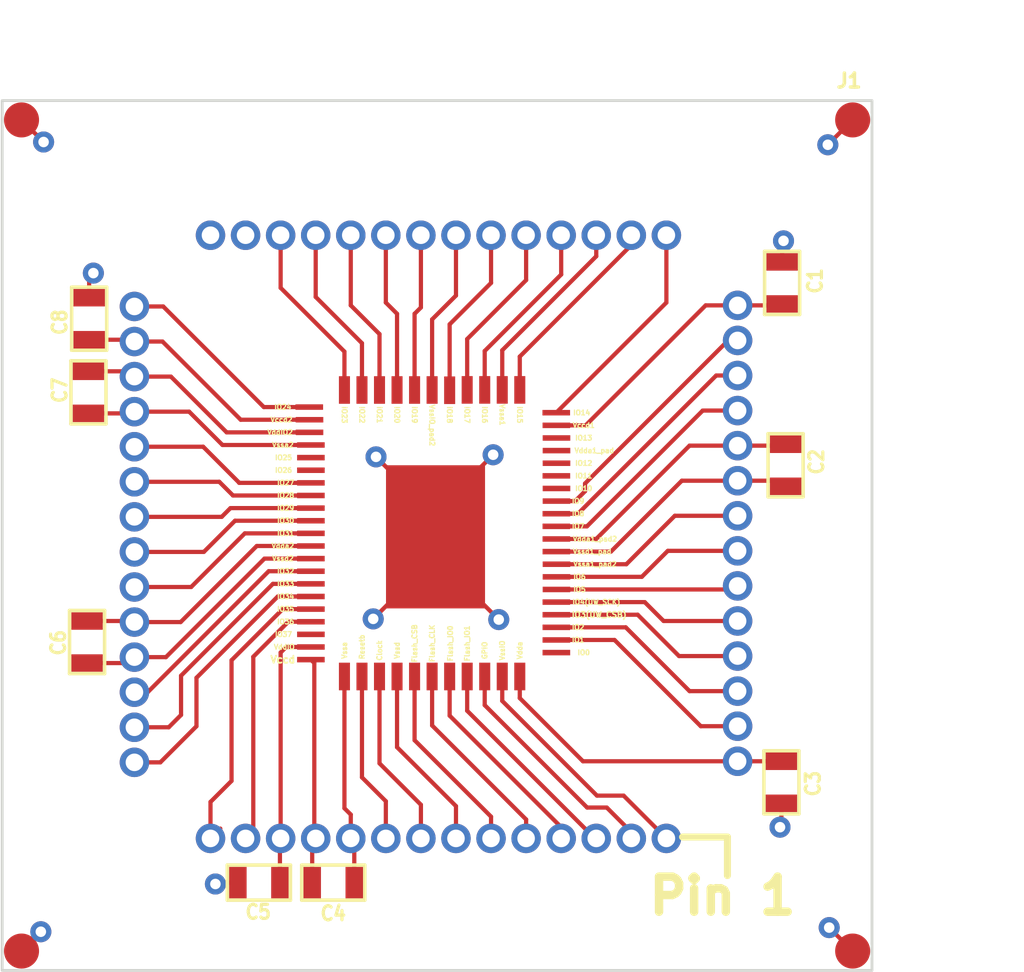
<source format=kicad_pcb>
(kicad_pcb (version 20221018) (generator pcbnew)
  (layers (0 "F.Cu" signal) (1 "In1.Cu" signal) (2 "In2.Cu" signal) (31 "B.Cu" signal) (34 "B.Paste" user) (35 "F.Paste" user) (36 "B.SilkS" user "B.Silkscreen") (37 "F.SilkS" user "F.Silkscreen") (38 "B.Mask" user) (39 "F.Mask" user) (44 "Edge.Cuts" user))
  (net 0 "")
  (net 1 "Net-(U1-GPIO-Pad2)_1")
  (net 2 "Net-(U1-Flash_IO0(Caravel_D0)-Pad4)_1")
  (net 3 "Net-(U1-Flash_CLK-Pad5)_1")
  (net 4 "Net-(U1-Flash_CSB(Caravel_CSB)-Pad6)_1")
  (net 5 "Net-(U1-IO36(SA_col_sel0)-Pad13)_1")
  (net 6 "Net-(U1-IO35(SA_col_sel1)-Pad14)_1")
  (net 7 "/Vccd1")
  (net 8 "/Vdda1")
  (net 9 "Net-(U1-IO33(SA_row_sel0)-Pad16)_1")
  (net 10 "Net-(U1-IO31(SA_row_sel2)-Pad20)_1")
  (net 11 "/Vdda")
  (net 12 "Net-(U1-IO29(LA_col_rst)-Pad22)_1")
  (net 14 "/Vccd")
  (net 15 "/VddIO")
  (net 17 "Net-(U1-IO23(CSA_VREF)-Pad31)_1")
  (net 18 "Net-(U1-IO22(VREF)-Pad32)_1")
  (net 19 "Net-(U1-IO20(SF_IB)-Pad34)_1")
  (net 20 "Net-(U1-IO18(NB2)-Pad37)_1")
  (net 21 "Net-(U1-IO16(AMP_IB)-Pad39)_1")
  (net 22 "Net-(U1-IO15(SA_output)-Pad41)_1")
  (net 23 "Net-(U1-IO14(LA_output)-Pad42)_1")
  (net 24 "/Vdda2")
  (net 25 "/VddIO_2")
  (net 26 "Net-(U1-IO6(LA_row_clk__ser_tx)-Pad50)_1")
  (net 27 "Net-(U1-IO5(mprj_io[5]_ser_rx)-Pad51)_1")
  (net 28 "Net-(U1-IO4(mprj_io[4]_SCK)-Pad52)_1")
  (net 29 "/Vccd2")
  (net 30 "GND")
  (net 40 "Net-(U1-Flash_IO1(Caravel_D1)-Pad3)_1")
  (net 41 "Net-(U1-Clock(Caravel_SCK)-Pad8)_1")
  (net 42 "Net-(U1-Resetb(~{RST})-Pad9)_1")
  (net 43 "Net-(U1-IO34(SA_col_sel2)-Pad15)_1")
  (net 44 "Net-(U1-IO32(SA_row_sel1)-Pad17)_1")
  (net 45 "Net-(U1-IO30(LA__col_data_in)-Pad21)_1")
  (net 46 "Net-(U1-IO28(LA_col_ena)-Pad23)_1")
  (net 47 "Net-(U1-IO27(LA_col_clk)-Pad24)_1")
  (net 48 "Net-(U1-IO24(Gring)-Pad28)_1")
  (net 49 "Net-(U1-IO21(VBIAS)-Pad33)_1")
  (net 50 "Net-(U1-IO19(NB1)-Pad35)_1")
  (net 51 "Net-(U1-IO17(OUT_IB)-Pad38)_1")
  (net 52 "Net-(U1-IO9(LA_row_data_in)-Pad44)_1")
  (net 53 "Net-(U1-IO8(LA_row_rst)-Pad45)_1")
  (net 54 "Net-(U1-IO7(LA_row_ena)-Pad46)_1")
  (net 55 "Net-(U1-IO3(mprj_io[3]_CSB)-Pad53)_1")
  (net 56 "Net-(U1-IO2(mprj_io[2]_SDI)-Pad54)_1")
  (net 57 "Net-(U1-IO1(mprj_io[1]_SDO)-Pad55)_1")
  (footprint "dave:SM0603" (layer "F.Cu") (at 124.472 133.3074 -90)
    (fp_text reference "C2")
    (fp_text value "0.1uF" hide)
  )
  (footprint "dave:SM0603" (layer "F.Cu") (at 105.3966 148.4204 180)
    (fp_text reference "C5")
    (fp_text value "0.1uF" hide)
  )
  (footprint "dave:SM0603" (layer "F.Cu") (at 124.345 126.7034 90)
    (fp_text reference "C1")
    (fp_text value "0.1uF" hide)
  )
  (footprint "dave:.050_Pad_TP" (layer "F.Cu") (at 96.8 150.9)
    (fp_text reference "J3" hide)
    (fp_text value "Shield_Pad" hide)
  )
  (footprint "dave:.050_Pad_TP" (layer "F.Cu") (at 96.8 120.8)
    (fp_text reference "J4" hide)
    (fp_text value "Shield_Pad" hide)
  )
  (footprint "dave:SM0603" (layer "F.Cu") (at 124.3196 144.7882 -90)
    (fp_text reference "C3")
    (fp_text value "0.1uF" hide)
  )
  (footprint "dave:SM0603" (layer "F.Cu") (at 99.2244 130.6658 -90)
    (fp_text reference "C7")
    (fp_text value "0.1uF" hide)
  )
  (footprint "dave:.050_Pad_TP" (layer "F.Cu") (at 126.9 150.9)
    (fp_text reference "J2" hide)
    (fp_text value "Shield_Pad" hide)
  )
  (footprint "dave:SM0603" (layer "F.Cu") (at 99.2498 127.9988 90)
    (fp_text reference "C8")
    (fp_text value "0.1uF" hide)
  )
  (footprint "dave:.050_Pad_TP" (layer "F.Cu") (at 126.9 120.8)
    (fp_text reference "J1")
    (fp_text value "Shield_Pad" hide)
  )
  (footprint "dave:SM0603" (layer "F.Cu") (at 99.1736 139.7082 -90)
    (fp_text reference "C6")
    (fp_text value "0.1uF" hide)
  )
  (footprint "dave:Caravel_Carrier" (layer "F.Cu") (at 111.8111 136.4062)
    (fp_text reference "U1" hide)
    (fp_text value "Caravel_Carrier" hide)
  )
  (footprint "dave:SM0603" (layer "F.Cu") (at 108.089 148.4204)
    (fp_text reference "C4")
    (fp_text value "0.1uF" hide)
  )
  (gr_line (start 120.7382 146.7694) (end 122.3638 146.7694) (stroke (width 0.254)) (layer "F.SilkS"))
  (gr_line (start 122.3638 146.7694) (end 122.3638 148.1664) (stroke (width 0.254)) (layer "F.SilkS"))
  (gr_rect (start 96.1 120.1) (end 127.6 151.6) (stroke (width 0.1)) (fill none) (layer "Edge.Cuts"))
  (gr_text "Pin 1" (at 122.186 148.903) (layer "F.SilkS") (effects (font (size 1.27 1.27) (thickness 0.3048) bold)))
  (segment (start 118.884 146.5916) (end 118.884 146.8202) (width 0.1524) (layer "F.Cu") (net 1))
  (segment (start 113.574663 141.993463) (end 117.2838 145.7026) (width 0.1524) (layer "F.Cu") (net 1))
  (segment (start 117.2838 145.7026) (end 117.995 145.7026) (width 0.1524) (layer "F.Cu") (net 1))
  (segment (start 117.995 145.7026) (end 118.884 146.5916) (width 0.1524) (layer "F.Cu") (net 1))
  (segment (start 113.574663 140.9562) (end 113.574663 141.993463) (width 0.1524) (layer "F.Cu") (net 1))
  (segment (start 112.304663 140.9562) (end 112.304663 142.374463) (width 0.1524) (layer "F.Cu") (net 2))
  (segment (start 116.344 146.4138) (end 116.344 146.8202) (width 0.1524) (layer "F.Cu") (net 2))
  (segment (start 112.304663 142.374463) (end 116.344 146.4138) (width 0.1524) (layer "F.Cu") (net 2))
  (segment (start 111.669663 140.9562) (end 111.669663 142.730063) (width 0.1524) (layer "F.Cu") (net 3))
  (segment (start 111.669663 142.730063) (end 115.074 146.1344) (width 0.1524) (layer "F.Cu") (net 3))
  (segment (start 115.074 146.1344) (end 115.074 146.8202) (width 0.1524) (layer "F.Cu") (net 3))
  (segment (start 111.034663 140.9562) (end 111.034663 143.263463) (width 0.1524) (layer "F.Cu") (net 4))
  (segment (start 111.034663 143.263463) (end 113.804 146.0328) (width 0.1524) (layer "F.Cu") (net 4))
  (segment (start 113.804 146.0328) (end 113.804 146.8202) (width 0.1524) (layer "F.Cu") (net 4))
  (segment (start 104.914 146.8202) (end 105.1934 146.5408) (width 0.1524) (layer "F.Cu") (net 5))
  (segment (start 106.4634 138.9716) (end 106.465 138.9732) (width 0.1524) (layer "F.Cu") (net 5))
  (segment (start 105.1934 146.5408) (end 105.1934 140.2416) (width 0.1524) (layer "F.Cu") (net 5))
  (segment (start 106.465 138.9732) (end 107.2799 138.9732) (width 0.1524) (layer "F.Cu") (net 5))
  (segment (start 105.1934 140.2416) (end 106.4634 138.9716) (width 0.1524) (layer "F.Cu") (net 5))
  (segment (start 107.279728 138.516) (end 106.2586 138.516) (width 0.1524) (layer "F.Cu") (net 6))
  (segment (start 104.406 140.3686) (end 104.406 144.7374) (width 0.1524) (layer "F.Cu") (net 6))
  (segment (start 104.406 144.7374) (end 103.644 145.4994) (width 0.1524) (layer "F.Cu") (net 6))
  (segment (start 106.2586 138.516) (end 104.406 140.3686) (width 0.1524) (layer "F.Cu") (net 6))
  (segment (start 103.644 145.4994) (end 103.644 146.8202) (width 0.1524) (layer "F.Cu") (net 6))
  (segment (start 103.644 146.8202) (end 103.9996 146.4646) (width 0.1524) (layer "F.Cu") (net 6))
  (segment (start 121.5764 127.5162) (end 122.7331 127.5162) (width 0.1524) (layer "F.Cu") (net 7))
  (segment (start 117.2314 131.8612) (end 121.5764 127.5162) (width 0.1524) (layer "F.Cu") (net 7))
  (segment (start 124.2942 127.5162) (end 124.345 127.4654) (width 0.1524) (layer "F.Cu") (net 7))
  (segment (start 122.7331 127.5162) (end 124.2942 127.5162) (width 0.1524) (layer "F.Cu") (net 7))
  (segment (start 122.826486 127.422814) (end 122.7331 127.5162) (width 0.1524) (layer "F.Cu") (net 7))
  (segment (start 116.169857 131.8612) (end 117.2314 131.8612) (width 0.1524) (layer "F.Cu") (net 7))
  (segment (start 116.169513 135.976) (end 117.6124 135.976) (width 0.1524) (layer "F.Cu") (net 8))
  (segment (start 117.6124 135.976) (end 120.9922 132.5962) (width 0.1524) (layer "F.Cu") (net 8))
  (segment (start 122.7331 132.5962) (end 124.4212 132.5962) (width 0.1524) (layer "F.Cu") (net 8))
  (segment (start 124.4212 132.5962) (end 124.472 132.5454) (width 0.1524) (layer "F.Cu") (net 8))
  (segment (start 120.9922 132.5962) (end 122.7331 132.5962) (width 0.1524) (layer "F.Cu") (net 8))
  (segment (start 102.1315 142.7955) (end 102.5772 142.3498) (width 0.1524) (layer "F.Cu") (net 9))
  (segment (start 100.8891 142.7955) (end 102.1315 142.7955) (width 0.1524) (layer "F.Cu") (net 9))
  (segment (start 102.5772 142.3498) (end 102.5772 140.9274) (width 0.1524) (layer "F.Cu") (net 9))
  (segment (start 105.903 137.6016) (end 107.2799 137.6016) (width 0.1524) (layer "F.Cu") (net 9))
  (segment (start 102.5772 140.9274) (end 105.903 137.6016) (width 0.1524) (layer "F.Cu") (net 9))
  (segment (start 104.887 135.7728) (end 107.2799 135.7728) (width 0.1524) (layer "F.Cu") (net 10))
  (segment (start 102.9443 137.7155) (end 104.887 135.7728) (width 0.1524) (layer "F.Cu") (net 10))
  (segment (start 100.8891 137.7155) (end 102.9443 137.7155) (width 0.1524) (layer "F.Cu") (net 10))
  (segment (start 117.1314 144.0262) (end 122.7331 144.0262) (width 0.1524) (layer "F.Cu") (net 11))
  (segment (start 114.844663 140.9562) (end 114.844663 141.739463) (width 0.1524) (layer "F.Cu") (net 11))
  (segment (start 114.844663 141.739463) (end 117.1314 144.0262) (width 0.1524) (layer "F.Cu") (net 11))
  (segment (start 122.7331 144.0262) (end 124.3196 144.0262) (width 0.1524) (layer "F.Cu") (net 11))
  (segment (start 104.3663 134.8584) (end 107.2799 134.8584) (width 0.1524) (layer "F.Cu") (net 12))
  (segment (start 104.0492 135.1755) (end 104.3663 134.8584) (width 0.1524) (layer "F.Cu") (net 12))
  (segment (start 100.8891 135.1755) (end 104.0492 135.1755) (width 0.1524) (layer "F.Cu") (net 12))
  (segment (start 107.279642 140.3448) (end 107.4032 140.468358) (width 0.1524) (layer "F.Cu") (net 14))
  (segment (start 107.4032 146.7694) (end 107.454 146.8202) (width 0.1524) (layer "F.Cu") (net 14))
  (segment (start 107.224577 146.590777) (end 107.454 146.8202) (width 0.1524) (layer "F.Cu") (net 14))
  (segment (start 107.327 148.4204) (end 107.327 146.9472) (width 0.1524) (layer "F.Cu") (net 14))
  (segment (start 107.4032 140.468358) (end 107.4032 146.7694) (width 0.1524) (layer "F.Cu") (net 14))
  (segment (start 107.327 146.9472) (end 107.454 146.8202) (width 0.1524) (layer "F.Cu") (net 14))
  (segment (start 106.184 140.0892) (end 106.3872 139.886) (width 0.1524) (layer "F.Cu") (net 15))
  (segment (start 106.3872 139.886) (end 106.3888 139.8876) (width 0.1524) (layer "F.Cu") (net 15))
  (segment (start 106.1586 148.4204) (end 106.1586 146.8456) (width 0.1524) (layer "F.Cu") (net 15))
  (segment (start 106.3888 139.8876) (end 107.2799 139.8876) (width 0.1524) (layer "F.Cu") (net 15))
  (segment (start 106.184 146.8202) (end 106.184 140.0892) (width 0.1524) (layer "F.Cu") (net 15))
  (segment (start 106.1586 146.8456) (end 106.184 146.8202) (width 0.1524) (layer "F.Cu") (net 15))
  (segment (start 108.494663 129.191863) (end 106.184 126.8812) (width 0.1524) (layer "F.Cu") (net 17))
  (segment (start 106.184 126.8812) (end 106.184 124.9762) (width 0.1524) (layer "F.Cu") (net 17))
  (segment (start 108.494663 130.5808) (end 108.494663 129.191863) (width 0.1524) (layer "F.Cu") (net 17))
  (segment (start 107.454 127.2114) (end 107.454 124.9762) (width 0.1524) (layer "F.Cu") (net 18))
  (segment (start 109.129663 130.5808) (end 109.129663 128.887063) (width 0.1524) (layer "F.Cu") (net 18))
  (segment (start 109.129663 128.887063) (end 107.454 127.2114) (width 0.1524) (layer "F.Cu") (net 18))
  (segment (start 109.994 127.4146) (end 109.994 124.9762) (width 0.1524) (layer "F.Cu") (net 19))
  (segment (start 110.399663 127.820263) (end 109.994 127.4146) (width 0.1524) (layer "F.Cu") (net 19))
  (segment (start 110.399663 130.5808) (end 110.399663 127.820263) (width 0.1524) (layer "F.Cu") (net 19))
  (segment (start 112.304663 130.589776) (end 112.304663 128.202737) (width 0.1524) (layer "F.Cu") (net 20))
  (segment (start 113.804 126.7034) (end 113.804 124.9762) (width 0.1524) (layer "F.Cu") (net 20))
  (segment (start 112.304663 128.202737) (end 113.804 126.7034) (width 0.1524) (layer "F.Cu") (net 20))
  (segment (start 116.344 126.3986) (end 116.344 124.9762) (width 0.1524) (layer "F.Cu") (net 21))
  (segment (start 113.574663 130.57728) (end 113.574663 129.167937) (width 0.1524) (layer "F.Cu") (net 21))
  (segment (start 113.574663 129.167937) (end 116.344 126.3986) (width 0.1524) (layer "F.Cu") (net 21))
  (segment (start 118.884 125.3318) (end 118.884 124.9762) (width 0.1524) (layer "F.Cu") (net 22))
  (segment (start 114.844663 129.371137) (end 118.884 125.3318) (width 0.1524) (layer "F.Cu") (net 22))
  (segment (start 114.844663 130.57728) (end 114.844663 129.371137) (width 0.1524) (layer "F.Cu") (net 22))
  (segment (start 120.154 127.414225) (end 120.154 124.9762) (width 0.1524) (layer "F.Cu") (net 23))
  (segment (start 116.165649 131.402576) (end 120.154 127.414225) (width 0.1524) (layer "F.Cu") (net 23))
  (segment (start 105.3188 136.23) (end 107.2799 136.23) (width 0.1524) (layer "F.Cu") (net 24))
  (segment (start 99.1736 138.9462) (end 100.8498 138.9462) (width 0.1524) (layer "F.Cu") (net 24))
  (segment (start 100.8891 138.9855) (end 102.5633 138.9855) (width 0.1524) (layer "F.Cu") (net 24))
  (segment (start 102.5633 138.9855) (end 105.3188 136.23) (width 0.1524) (layer "F.Cu") (net 24))
  (segment (start 99.2244 129.9038) (end 100.6974 129.9038) (width 0.1524) (layer "F.Cu") (net 25))
  (segment (start 102.2101 130.0955) (end 104.2298 132.1152) (width 0.1524) (layer "F.Cu") (net 25))
  (segment (start 104.2298 132.1152) (end 107.2291 132.1152) (width 0.1524) (layer "F.Cu") (net 25))
  (segment (start 100.8891 130.0955) (end 102.2101 130.0955) (width 0.1524) (layer "F.Cu") (net 25))
  (segment (start 120.2048 136.4062) (end 122.7331 136.4062) (width 0.1524) (layer "F.Cu") (net 26))
  (segment (start 116.173907 137.3476) (end 119.2634 137.3476) (width 0.1524) (layer "F.Cu") (net 26))
  (segment (start 119.2634 137.3476) (end 120.2048 136.4062) (width 0.1524) (layer "F.Cu") (net 26))
  (segment (start 116.173907 137.8048) (end 122.6045 137.8048) (width 0.1524) (layer "F.Cu") (net 27))
  (segment (start 122.6045 137.8048) (end 122.7331 137.6762) (width 0.1524) (layer "F.Cu") (net 27))
  (segment (start 119.3682 138.262) (end 120.0524 138.9462) (width 0.1524) (layer "F.Cu") (net 28))
  (segment (start 116.16947 138.262) (end 119.3682 138.262) (width 0.1524) (layer "F.Cu") (net 28))
  (segment (start 120.0524 138.9462) (end 122.7331 138.9462) (width 0.1524) (layer "F.Cu") (net 28))
  (segment (start 104.7378 131.658) (end 107.2291 131.658) (width 0.1524) (layer "F.Cu") (net 29))
  (segment (start 101.9053 128.8255) (end 104.7378 131.658) (width 0.1524) (layer "F.Cu") (net 29))
  (segment (start 100.8891 128.8255) (end 101.9053 128.8255) (width 0.1524) (layer "F.Cu") (net 29))
  (segment (start 99.2498 128.7608) (end 100.8244 128.7608) (width 0.1524) (layer "F.Cu") (net 29))
  (segment (start 120.7128 133.8662) (end 122.7331 133.8662) (width 0.1524) (layer "F.Cu") (net 30))
  (segment (start 117.614 125.7382) (end 117.614 124.9762) (width 0.1524) (layer "F.Cu") (net 30))
  (segment (start 107.2799 132.5724) (end 104.0774 132.5724) (width 0.1524) (layer "F.Cu") (net 30))
  (segment (start 114.209663 130.57728) (end 114.209663 129.142537) (width 0.1524) (layer "F.Cu") (net 30))
  (segment (start 122.7331 133.8662) (end 124.2688 133.8662) (width 0.1524) (layer "F.Cu") (net 30))
  (segment (start 108.494663 140.9562) (end 108.494663 145.727263) (width 0.1524) (layer "F.Cu") (net 30))
  (segment (start 126.9 150.9) (end 126.05 150.05) (width 0.1524) (layer "F.Cu") (net 30))
  (segment (start 104.0774 132.5724) (end 102.8705 131.3655) (width 0.1524) (layer "F.Cu") (net 30))
  (segment (start 124.2688 133.8662) (end 124.472 134.0694) (width 0.1524) (layer "F.Cu") (net 30))
  (segment (start 111.669663 128.024937) (end 112.534 127.1606) (width 0.1524) (layer "F.Cu") (net 30))
  (segment (start 108.851 148.4204) (end 108.851 146.9472) (width 0.1524) (layer "F.Cu") (net 30))
  (segment (start 116.173907 136.8904) (end 118.7046 136.8904) (width 0.1524) (layer "F.Cu") (net 30))
  (segment (start 103.8726 148.4204) (end 104.6346 148.4204) (width 0.1524) (layer "F.Cu") (net 30))
  (segment (start 111.79332 135.8982) (end 111.79332 135.01328) (width 0.1524) (layer "F.Cu") (net 30))
  (segment (start 118.7046 136.8904) (end 120.4588 135.1362) (width 0.1524) (layer "F.Cu") (net 30))
  (segment (start 97.6 121.6) (end 96.8 120.8) (width 0.1524) (layer "F.Cu") (net 30))
  (segment (start 99.2498 126.5002) (end 99.4022 126.3478) (width 0.1524) (layer "F.Cu") (net 30))
  (segment (start 96.8 150.9) (end 97.5 150.2) (width 0.1524) (layer "F.Cu") (net 30))
  (segment (start 102.0299 140.2555) (end 105.5982 136.6872) (width 0.1524) (layer "F.Cu") (net 30))
  (segment (start 111.669663 130.5808) (end 111.669663 128.024937) (width 0.1524) (layer "F.Cu") (net 30))
  (segment (start 111.79332 135.01328) (end 113.8802 132.9264) (width 0.1524) (layer "F.Cu") (net 30))
  (segment (start 109.6384 133.0026) (end 111.79332 135.15752) (width 0.1524) (layer "F.Cu") (net 30))
  (segment (start 111.79332 135.8982) (end 111.79332 136.60532) (width 0.1524) (layer "F.Cu") (net 30))
  (segment (start 111.79332 135.8982) (end 111.79332 136.61348) (width 0.1524) (layer "F.Cu") (net 30))
  (segment (start 100.8891 140.2555) (end 102.0299 140.2555) (width 0.1524) (layer "F.Cu") (net 30))
  (segment (start 124.3196 146.363) (end 124.2688 146.4138) (width 0.1524) (layer "F.Cu") (net 30))
  (segment (start 99.2498 127.2368) (end 99.2498 126.5002) (width 0.1524) (layer "F.Cu") (net 30))
  (segment (start 126.6 121.1) (end 126 121.7) (width 0.1524) (layer "F.Cu") (net 30))
  (segment (start 117.6394 145.2708) (end 118.6046 145.2708) (width 0.1524) (layer "F.Cu") (net 30))
  (segment (start 124.3196 145.5502) (end 124.3196 146.363) (width 0.1524) (layer "F.Cu") (net 30))
  (segment (start 112.534 127.1606) (end 112.534 124.9762) (width 0.1524) (layer "F.Cu") (net 30))
  (segment (start 105.5982 136.6872) (end 107.2799 136.6872) (width 0.1524) (layer "F.Cu") (net 30))
  (segment (start 108.851 146.9472) (end 108.724 146.8202) (width 0.1524) (layer "F.Cu") (net 30))
  (segment (start 112.534 145.6518) (end 112.534 146.8202) (width 0.1524) (layer "F.Cu") (net 30))
  (segment (start 114.209663 140.9562) (end 114.209663 141.841063) (width 0.1524) (layer "F.Cu") (net 30))
  (segment (start 111.79332 135.15752) (end 111.79332 135.8982) (width 0.1524) (layer "F.Cu") (net 30))
  (segment (start 118.1458 136.4332) (end 120.7128 133.8662) (width 0.1524) (layer "F.Cu") (net 30))
  (segment (start 103.8218 148.4712) (end 103.8726 148.4204) (width 0.1524) (layer "F.Cu") (net 30))
  (segment (start 102.8705 131.3655) (end 100.8891 131.3655) (width 0.1524) (layer "F.Cu") (net 30))
  (segment (start 108.494663 145.727263) (end 108.724 145.9566) (width 0.1524) (layer "F.Cu") (net 30))
  (segment (start 111.79332 136.60532) (end 114.0834 138.8954) (width 0.1524) (layer "F.Cu") (net 30))
  (segment (start 110.399663 143.517463) (end 112.534 145.6518) (width 0.1524) (layer "F.Cu") (net 30))
  (segment (start 114.209663 141.841063) (end 117.6394 145.2708) (width 0.1524) (layer "F.Cu") (net 30))
  (segment (start 118.6046 145.2708) (end 120.154 146.8202) (width 0.1524) (layer "F.Cu") (net 30))
  (segment (start 124.345 125.2302) (end 124.3958 125.1794) (width 0.1524) (layer "F.Cu") (net 30))
  (segment (start 124.345 125.9414) (end 124.345 125.2302) (width 0.1524) (layer "F.Cu") (net 30))
  (segment (start 111.79332 136.61348) (end 109.5368 138.87) (width 0.1524) (layer "F.Cu") (net 30))
  (segment (start 110.399663 140.9562) (end 110.399663 143.517463) (width 0.1524) (layer "F.Cu") (net 30))
  (segment (start 99.1736 140.4702) (end 100.6744 140.4702) (width 0.1524) (layer "F.Cu") (net 30))
  (segment (start 116.1699 136.4332) (end 118.1458 136.4332) (width 0.1524) (layer "F.Cu") (net 30))
  (segment (start 108.724 145.9566) (end 108.724 146.8202) (width 0.1524) (layer "F.Cu") (net 30))
  (segment (start 120.4588 135.1362) (end 122.7331 135.1362) (width 0.1524) (layer "F.Cu") (net 30))
  (segment (start 99.2244 131.4278) (end 100.8268 131.4278) (width 0.1524) (layer "F.Cu") (net 30))
  (segment (start 114.209663 129.142537) (end 117.614 125.7382) (width 0.1524) (layer "F.Cu") (net 30))
  (via (at 109.5368 138.87) (size 0.762) (drill 0.381) (layers "F.Cu" "B.Cu") (net 30))
  (via (at 124.2688 146.4138) (size 0.762) (drill 0.381) (layers "F.Cu" "B.Cu") (net 30))
  (via (at 103.8218 148.4712) (size 0.762) (drill 0.381) (layers "F.Cu" "B.Cu") (net 30))
  (via (at 97.5 150.2) (size 0.762) (drill 0.381) (layers "F.Cu" "B.Cu") (net 30))
  (via (at 113.8802 132.9264) (size 0.762) (drill 0.381) (layers "F.Cu" "B.Cu") (net 30))
  (via (at 99.4022 126.3478) (size 0.762) (drill 0.381) (layers "F.Cu" "B.Cu") (net 30))
  (via (at 109.6384 133.0026) (size 0.762) (drill 0.381) (layers "F.Cu" "B.Cu") (net 30))
  (via (at 114.0834 138.8954) (size 0.762) (drill 0.381) (layers "F.Cu" "B.Cu") (net 30))
  (via (at 126 121.7) (size 0.762) (drill 0.381) (layers "F.Cu" "B.Cu") (net 30))
  (via (at 97.6 121.6) (size 0.762) (drill 0.381) (layers "F.Cu" "B.Cu") (net 30))
  (via (at 126.05 150.05) (size 0.762) (drill 0.381) (layers "F.Cu" "B.Cu") (net 30))
  (via (at 124.3958 125.1794) (size 0.762) (drill 0.381) (layers "F.Cu" "B.Cu") (net 30))
  (segment (start 112.939663 142.196663) (end 117.5632 146.8202) (width 0.1524) (layer "F.Cu") (net 40))
  (segment (start 117.5632 146.8202) (end 117.614 146.8202) (width 0.1524) (layer "F.Cu") (net 40))
  (segment (start 112.939663 140.9562) (end 112.939663 142.196663) (width 0.1524) (layer "F.Cu") (net 40))
  (segment (start 109.764663 140.9562) (end 109.764663 144.101663) (width 0.1524) (layer "F.Cu") (net 41))
  (segment (start 111.264 145.601) (end 111.264 146.8202) (width 0.1524) (layer "F.Cu") (net 41))
  (segment (start 109.764663 144.101663) (end 111.264 145.601) (width 0.1524) (layer "F.Cu") (net 41))
  (segment (start 109.994 145.474) (end 109.994 146.8202) (width 0.1524) (layer "F.Cu") (net 42))
  (segment (start 109.129663 140.9562) (end 109.129663 144.609663) (width 0.1524) (layer "F.Cu") (net 42))
  (segment (start 109.129663 144.609663) (end 109.994 145.474) (width 0.1524) (layer "F.Cu") (net 42))
  (segment (start 101.8278 144.0655) (end 103.136 142.7573) (width 0.1524) (layer "F.Cu") (net 43))
  (segment (start 100.8891 144.0655) (end 101.8278 144.0655) (width 0.1524) (layer "F.Cu") (net 43))
  (segment (start 103.136 141.0036) (end 106.0808 138.0588) (width 0.1524) (layer "F.Cu") (net 43))
  (segment (start 106.0808 138.0588) (end 107.2799 138.0588) (width 0.1524) (layer "F.Cu") (net 43))
  (segment (start 103.136 142.7573) (end 103.136 141.0036) (width 0.1524) (layer "F.Cu") (net 43))
  (segment (start 101.3695 141.5255) (end 105.7506 137.1444) (width 0.1524) (layer "F.Cu") (net 44))
  (segment (start 100.8891 141.5255) (end 101.3695 141.5255) (width 0.1524) (layer "F.Cu") (net 44))
  (segment (start 105.7506 137.1444) (end 107.279642 137.1444) (width 0.1524) (layer "F.Cu") (net 44))
  (segment (start 104.5314 135.3156) (end 107.2799 135.3156) (width 0.1524) (layer "F.Cu") (net 45))
  (segment (start 103.4015 136.4455) (end 104.5314 135.3156) (width 0.1524) (layer "F.Cu") (net 45))
  (segment (start 100.8891 136.4455) (end 103.4015 136.4455) (width 0.1524) (layer "F.Cu") (net 45))
  (segment (start 103.9627 133.9055) (end 104.4584 134.4012) (width 0.1524) (layer "F.Cu") (net 46))
  (segment (start 100.8891 133.9055) (end 103.9627 133.9055) (width 0.1524) (layer "F.Cu") (net 46))
  (segment (start 104.4584 134.4012) (end 107.2799 134.4012) (width 0.1524) (layer "F.Cu") (net 46))
  (segment (start 104.6838 133.944) (end 107.2799 133.944) (width 0.1524) (layer "F.Cu") (net 47))
  (segment (start 104.6854 133.9424) (end 104.6838 133.944) (width 0.1524) (layer "F.Cu") (net 47))
  (segment (start 100.8891 132.6355) (end 103.3785 132.6355) (width 0.1524) (layer "F.Cu") (net 47))
  (segment (start 103.3785 132.6355) (end 104.6854 133.9424) (width 0.1524) (layer "F.Cu") (net 47))
  (segment (start 101.9307 127.5555) (end 105.5744 131.1992) (width 0.1524) (layer "F.Cu") (net 48))
  (segment (start 100.8891 127.5555) (end 101.9307 127.5555) (width 0.1524) (layer "F.Cu") (net 48))
  (segment (start 105.5744 131.1992) (end 107.2211 131.1992) (width 0.1524) (layer "F.Cu") (net 48))
  (segment (start 108.724 127.5162) (end 108.724 124.9762) (width 0.1524) (layer "F.Cu") (net 49))
  (segment (start 109.764663 128.556863) (end 108.724 127.5162) (width 0.1524) (layer "F.Cu") (net 49))
  (segment (start 109.764663 130.5808) (end 109.764663 128.556863) (width 0.1524) (layer "F.Cu") (net 49))
  (segment (start 111.034663 127.821737) (end 111.264 127.5924) (width 0.1524) (layer "F.Cu") (net 50))
  (segment (start 111.264 127.5924) (end 111.264 124.9762) (width 0.1524) (layer "F.Cu") (net 50))
  (segment (start 111.034663 130.5808) (end 111.034663 127.821737) (width 0.1524) (layer "F.Cu") (net 50))
  (segment (start 115.074 126.6018) (end 115.074 124.9762) (width 0.1524) (layer "F.Cu") (net 51))
  (segment (start 112.939663 130.57728) (end 112.939663 128.736137) (width 0.1524) (layer "F.Cu") (net 51))
  (segment (start 112.939663 128.736137) (end 115.074 126.6018) (width 0.1524) (layer "F.Cu") (net 51))
  (segment (start 116.8504 134.6044) (end 116.173907 134.6044) (width 0.1524) (layer "F.Cu") (net 52))
  (segment (start 117.2076 133.9678) (end 117.2076 134.2472) (width 0.1524) (layer "F.Cu") (net 52))
  (segment (start 122.3892 128.7862) (end 117.2076 133.9678) (width 0.1524) (layer "F.Cu") (net 52))
  (segment (start 117.2076 134.2472) (end 116.8504 134.6044) (width 0.1524) (layer "F.Cu") (net 52))
  (segment (start 122.7331 128.7862) (end 122.3892 128.7862) (width 0.1524) (layer "F.Cu") (net 52))
  (segment (start 116.169556 135.0616) (end 116.952 135.0616) (width 0.1524) (layer "F.Cu") (net 53))
  (segment (start 116.952 135.0616) (end 121.9574 130.0562) (width 0.1524) (layer "F.Cu") (net 53))
  (segment (start 121.9574 130.0562) (end 122.7331 130.0562) (width 0.1524) (layer "F.Cu") (net 53))
  (segment (start 117.277094 135.5188) (end 121.469694 131.3262) (width 0.1524) (layer "F.Cu") (net 54))
  (segment (start 116.169083 135.5188) (end 117.277094 135.5188) (width 0.1524) (layer "F.Cu") (net 54))
  (segment (start 121.469694 131.3262) (end 122.7331 131.3262) (width 0.1524) (layer "F.Cu") (net 54))
  (segment (start 119.1142 138.7192) (end 120.6112 140.2162) (width 0.1524) (layer "F.Cu") (net 55))
  (segment (start 116.169556 138.7192) (end 119.1142 138.7192) (width 0.1524) (layer "F.Cu") (net 55))
  (segment (start 120.6112 140.2162) (end 122.7331 140.2162) (width 0.1524) (layer "F.Cu") (net 55))
  (segment (start 118.6824 139.1764) (end 120.9922 141.4862) (width 0.1524) (layer "F.Cu") (net 56))
  (segment (start 120.9922 141.4862) (end 122.7331 141.4862) (width 0.1524) (layer "F.Cu") (net 56))
  (segment (start 116.16947 139.1764) (end 118.6824 139.1764) (width 0.1524) (layer "F.Cu") (net 56))
  (segment (start 116.16947 139.6336) (end 118.276 139.6336) (width 0.1524) (layer "F.Cu") (net 57))
  (segment (start 118.276 139.6336) (end 121.3986 142.7562) (width 0.1524) (layer "F.Cu") (net 57))
  (segment (start 121.3986 142.7562) (end 122.7331 142.7562) (width 0.1524) (layer "F.Cu") (net 57))
)
</source>
